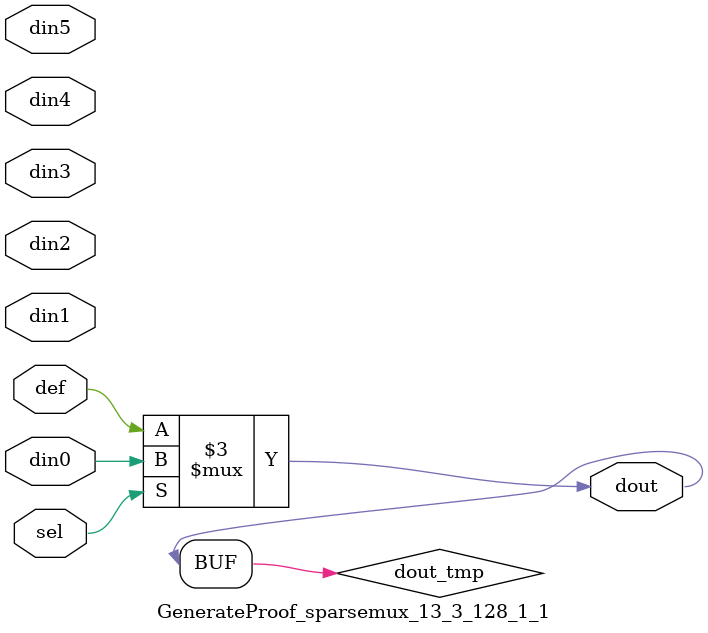
<source format=v>
`timescale 1ns / 1ps

module GenerateProof_sparsemux_13_3_128_1_1 (din0,din1,din2,din3,din4,din5,def,sel,dout);

parameter din0_WIDTH = 1;

parameter din1_WIDTH = 1;

parameter din2_WIDTH = 1;

parameter din3_WIDTH = 1;

parameter din4_WIDTH = 1;

parameter din5_WIDTH = 1;

parameter def_WIDTH = 1;
parameter sel_WIDTH = 1;
parameter dout_WIDTH = 1;

parameter [sel_WIDTH-1:0] CASE0 = 1;

parameter [sel_WIDTH-1:0] CASE1 = 1;

parameter [sel_WIDTH-1:0] CASE2 = 1;

parameter [sel_WIDTH-1:0] CASE3 = 1;

parameter [sel_WIDTH-1:0] CASE4 = 1;

parameter [sel_WIDTH-1:0] CASE5 = 1;

parameter ID = 1;
parameter NUM_STAGE = 1;



input [din0_WIDTH-1:0] din0;

input [din1_WIDTH-1:0] din1;

input [din2_WIDTH-1:0] din2;

input [din3_WIDTH-1:0] din3;

input [din4_WIDTH-1:0] din4;

input [din5_WIDTH-1:0] din5;

input [def_WIDTH-1:0] def;
input [sel_WIDTH-1:0] sel;

output [dout_WIDTH-1:0] dout;



reg [dout_WIDTH-1:0] dout_tmp;


always @ (*) begin
(* parallel_case *) case (sel)
    
    CASE0 : dout_tmp = din0;
    
    CASE1 : dout_tmp = din1;
    
    CASE2 : dout_tmp = din2;
    
    CASE3 : dout_tmp = din3;
    
    CASE4 : dout_tmp = din4;
    
    CASE5 : dout_tmp = din5;
    
    default : dout_tmp = def;
endcase
end


assign dout = dout_tmp;



endmodule

</source>
